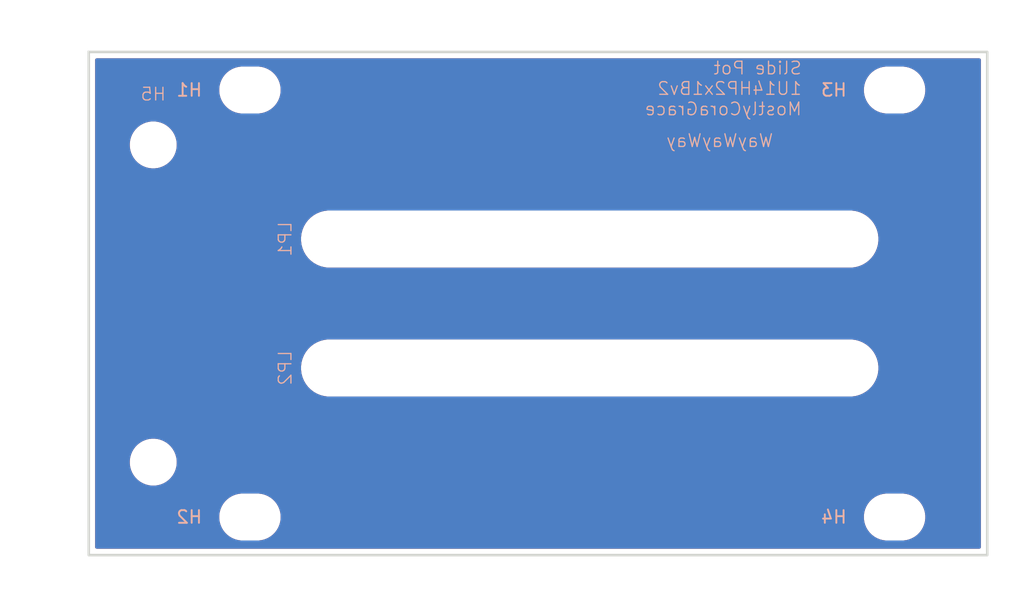
<source format=kicad_pcb>
(kicad_pcb (version 20241229) (generator "pcbnew") (generator_version "9.0")
  (layers (0 "F.Cu" signal) (2 "B.Cu" signal) (13 "F.Paste" user) (15 "B.Paste" user) (5 "F.SilkS" user "F.Silkscreen") (7 "B.SilkS" user "B.Silkscreen") (1 "F.Mask" user) (3 "B.Mask" user) (25 "Edge.Cuts" user))
  (net 0 "")
  (footprint "EXC:MountingHole_3.2mm_M3" (layer "F.Cu") (at 63.5 39.075)
    (property "Reference" "H4" (at -3.683 0 0) (layer "B.SilkS") (effects (justify left mirror)))
    (property "Value" "Eurorack_M3_MountingHole")
    (pad "" np_thru_hole oval (at 0 0) (size 4.34 3.2) (drill oval 4.34 3.2) (layers "*.Cu" "*.Mask"))
  )
  (footprint "EXC:Linear_Potentiometer_45mm_M2_Panel_Mount_Top" (layer "F.Cu") (at 39.475 17.17 90)
    (property "Reference" "LP1" (at 0 -24.003 90) (layer "B.SilkS") (effects (font (thickness 0.1)) (justify mirror)))
    (property "Value" "Linear_Potentiometer_45mm_M2_Panel_Mount_Top")
    (pad "" np_thru_hole oval (at 0 0 90) (size 4 45) (drill oval 4 45) (layers "*.Cu" "*.Mask"))
  )
  (footprint "EXC:MountingHole_3.2mm_M3" (layer "F.Cu") (at 12.7 5.425)
    (property "Reference" "H1" (at -3.683 0 0) (layer "B.SilkS") (effects (justify left mirror)))
    (property "Value" "Eurorack_M3_MountingHole")
    (pad "" np_thru_hole oval (at 0 0) (size 4.34 3.2) (drill oval 4.34 3.2) (layers "*.Cu" "*.Mask"))
  )
  (footprint "EXC:Handle_1UM3P25_A" (layer "F.Cu") (at 5.08 9.75)
    (property "Reference" "H5" (at 0 -4 0) (layer "B.SilkS") (effects (font (thickness 0.1)) (justify mirror)))
    (property "Value" "Handle_1UM3P25_PanelMount_A")
    (pad "" np_thru_hole circle (at 0 0) (size 3.2 3.2) (drill 3.2) (layers "*.Cu" "*.Mask"))
    (pad "" np_thru_hole circle (at 0 25) (size 3.2 3.2) (drill 3.2) (layers "*.Cu" "*.Mask"))
  )
  (footprint "EXC:MountingHole_3.2mm_M3" (layer "F.Cu") (at 63.5 5.425)
    (property "Reference" "H3" (at -3.683 0 0) (layer "B.SilkS") (effects (justify left mirror)))
    (property "Value" "Eurorack_M3_MountingHole")
    (pad "" np_thru_hole oval (at 0 0) (size 4.34 3.2) (drill oval 4.34 3.2) (layers "*.Cu" "*.Mask"))
  )
  (footprint "EXC:Linear_Potentiometer_45mm_M2_Panel_Mount_Top" (layer "F.Cu") (at 39.475 27.33 90)
    (property "Reference" "LP2" (at 0 -24.003 90) (layer "B.SilkS") (effects (font (thickness 0.1)) (justify mirror)))
    (property "Value" "Linear_Potentiometer_45mm_M2_Panel_Mount_Top")
    (pad "" np_thru_hole oval (at 0 0 90) (size 4 45) (drill oval 4 45) (layers "*.Cu" "*.Mask"))
  )
  (footprint "EXC:MountingHole_3.2mm_M3" (layer "F.Cu") (at 12.7 39.075)
    (property "Reference" "H2" (at -3.683 0 0) (layer "B.SilkS") (effects (justify left mirror)))
    (property "Value" "Eurorack_M3_MountingHole")
    (pad "" np_thru_hole oval (at 0 0) (size 4.34 3.2) (drill oval 4.34 3.2) (layers "*.Cu" "*.Mask"))
  )
  (gr_rect (start 0 2.425) (end 70.8 42.075) (stroke (width 0.2)) (fill no) (layer "Edge.Cuts"))
  (gr_text "WayWayWay" (at 54 10 0) (layer "B.SilkS") (effects (font (size 1 1) (thickness 0.1)) (justify left bottom mirror)))
  (gr_text "Slide Pot\n1U14HP2x1Bv2\nMostlyCoraGrace" (at 56.25 7.5 0) (layer "B.SilkS") (effects (font (size 1 1) (thickness 0.1)) (justify left bottom mirror)))
  (zone (net 0) (net_name "") (layers "F.Cu" "B.Cu") (connect_pads (clearance 0.5)) (min_thickness 0.25) (fill yes (thermal_gap 0.5) (thermal_bridge_width 0.5) (island_removal_mode 1) (island_area_min 10))
    (polygon (pts (xy 0 2.425) (xy 70.8 2.425) (xy 70.8 42.075) (xy 0 42.075)))
  )
)
</source>
